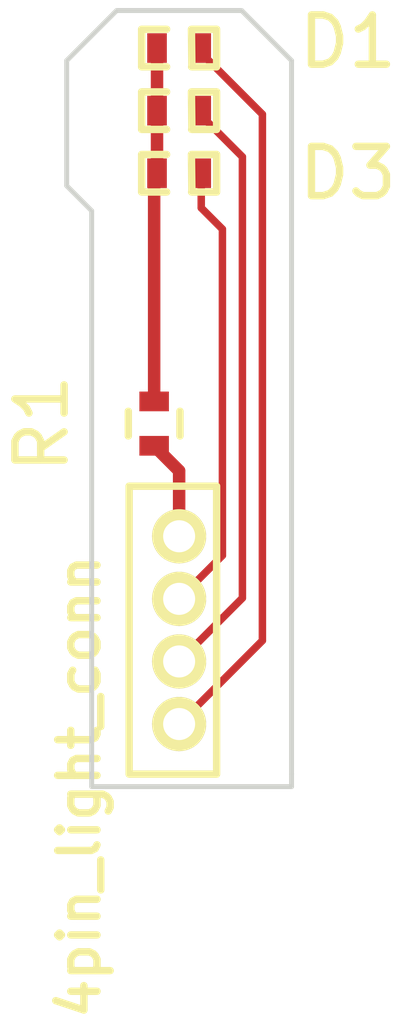
<source format=kicad_pcb>
(kicad_pcb (version 4) (host pcbnew "(2014-12-04 BZR 5312)-product")

  (general
    (links 7)
    (no_connects 0)
    (area 0 0 0 0)
    (thickness 1.6)
    (drawings 9)
    (tracks 19)
    (zones 0)
    (modules 5)
    (nets 6)
  )

  (page A4)
  (layers
    (0 F.Cu signal)
    (31 B.Cu signal)
    (32 B.Adhes user)
    (33 F.Adhes user)
    (34 B.Paste user)
    (35 F.Paste user)
    (36 B.SilkS user)
    (37 F.SilkS user)
    (38 B.Mask user)
    (39 F.Mask user)
    (40 Dwgs.User user)
    (41 Cmts.User user)
    (42 Eco1.User user)
    (43 Eco2.User user)
    (44 Edge.Cuts user)
    (45 Margin user)
    (46 B.CrtYd user)
    (47 F.CrtYd user)
    (48 B.Fab user)
    (49 F.Fab user)
  )

  (setup
    (last_trace_width 0.254)
    (user_trace_width 0.1524)
    (user_trace_width 0.254)
    (trace_clearance 0.254)
    (zone_clearance 0.508)
    (zone_45_only no)
    (trace_min 0.1524)
    (segment_width 0.2)
    (edge_width 0.1)
    (via_size 0.889)
    (via_drill 0.635)
    (via_min_size 0.508)
    (via_min_drill 0.3302)
    (user_via 0.508 0.3302)
    (uvia_size 0.508)
    (uvia_drill 0.127)
    (uvias_allowed no)
    (uvia_min_size 0.508)
    (uvia_min_drill 0.127)
    (pcb_text_width 0.3)
    (pcb_text_size 1.5 1.5)
    (mod_edge_width 0.15)
    (mod_text_size 1 1)
    (mod_text_width 0.15)
    (pad_size 1.1 1.1)
    (pad_drill 0.65)
    (pad_to_mask_clearance 0)
    (aux_axis_origin 0 0)
    (visible_elements FFFEF77F)
    (pcbplotparams
      (layerselection 0x00030_80000001)
      (usegerberextensions false)
      (excludeedgelayer true)
      (linewidth 0.100000)
      (plotframeref false)
      (viasonmask false)
      (mode 1)
      (useauxorigin false)
      (hpglpennumber 1)
      (hpglpenspeed 20)
      (hpglpendiameter 15)
      (hpglpenoverlay 2)
      (psnegative false)
      (psa4output false)
      (plotreference true)
      (plotvalue true)
      (plotinvisibletext false)
      (padsonsilk false)
      (subtractmaskfromsilk false)
      (outputformat 1)
      (mirror false)
      (drillshape 1)
      (scaleselection 1)
      (outputdirectory ""))
  )

  (net 0 "")
  (net 1 "Net-(D1-Pad1)")
  (net 2 PIN1)
  (net 3 PIN2)
  (net 4 PIN3)
  (net 5 VIN)

  (net_class Default "This is the default net class."
    (clearance 0.254)
    (trace_width 0.254)
    (via_dia 0.889)
    (via_drill 0.635)
    (uvia_dia 0.508)
    (uvia_drill 0.127)
    (add_net "Net-(D1-Pad1)")
    (add_net PIN1)
    (add_net PIN2)
    (add_net PIN3)
    (add_net VIN)
  )

  (module custom_footprints:SMD-0402_LED (layer F.Cu) (tedit 5515AA38) (tstamp 5515AF89)
    (at 163.322 75.184)
    (path /5515A6DB)
    (attr smd)
    (fp_text reference D1 (at 3.429 -0.127) (layer F.SilkS)
      (effects (font (size 1 1) (thickness 0.15)))
    )
    (fp_text value LED (at 0.15 1.65) (layer F.SilkS) hide
      (effects (font (size 1 1) (thickness 0.15)))
    )
    (fp_line (start 0.25 -0.38) (end 0.26 0.38) (layer F.SilkS) (width 0.15))
    (fp_line (start -0.254 -0.381) (end -0.762 -0.381) (layer F.SilkS) (width 0.15))
    (fp_line (start -0.762 -0.381) (end -0.762 0.381) (layer F.SilkS) (width 0.15))
    (fp_line (start -0.762 0.381) (end -0.254 0.381) (layer F.SilkS) (width 0.15))
    (fp_line (start 0.254 -0.381) (end 0.762 -0.381) (layer F.SilkS) (width 0.15))
    (fp_line (start 0.762 -0.381) (end 0.762 0.381) (layer F.SilkS) (width 0.15))
    (fp_line (start 0.762 0.381) (end 0.254 0.381) (layer F.SilkS) (width 0.15))
    (pad 1 smd rect (at -0.44958 0) (size 0.39878 0.59944) (layers F.Cu F.Paste F.Mask)
      (net 1 "Net-(D1-Pad1)"))
    (pad 2 smd rect (at 0.44958 0) (size 0.39878 0.59944) (layers F.Cu F.Paste F.Mask)
      (net 2 PIN1))
    (model SMD_Packages/SMD-0402.wrl
      (at (xyz 0 0 0.002))
      (scale (xyz 0.05 0.05 0.05))
      (rotate (xyz 0 0 0))
    )
  )

  (module custom_footprints:SMD-0402_LED (layer F.Cu) (tedit 5515AA19) (tstamp 5515AF96)
    (at 163.322 76.454)
    (path /5515A7BB)
    (attr smd)
    (fp_text reference D2 (at -0.01 -1.73) (layer F.SilkS) hide
      (effects (font (size 1 1) (thickness 0.15)))
    )
    (fp_text value LED (at 0.15 1.65) (layer F.SilkS) hide
      (effects (font (size 1 1) (thickness 0.15)))
    )
    (fp_line (start 0.25 -0.38) (end 0.26 0.38) (layer F.SilkS) (width 0.15))
    (fp_line (start -0.254 -0.381) (end -0.762 -0.381) (layer F.SilkS) (width 0.15))
    (fp_line (start -0.762 -0.381) (end -0.762 0.381) (layer F.SilkS) (width 0.15))
    (fp_line (start -0.762 0.381) (end -0.254 0.381) (layer F.SilkS) (width 0.15))
    (fp_line (start 0.254 -0.381) (end 0.762 -0.381) (layer F.SilkS) (width 0.15))
    (fp_line (start 0.762 -0.381) (end 0.762 0.381) (layer F.SilkS) (width 0.15))
    (fp_line (start 0.762 0.381) (end 0.254 0.381) (layer F.SilkS) (width 0.15))
    (pad 1 smd rect (at -0.44958 0) (size 0.39878 0.59944) (layers F.Cu F.Paste F.Mask)
      (net 1 "Net-(D1-Pad1)"))
    (pad 2 smd rect (at 0.44958 0) (size 0.39878 0.59944) (layers F.Cu F.Paste F.Mask)
      (net 3 PIN2))
    (model SMD_Packages/SMD-0402.wrl
      (at (xyz 0 0 0.002))
      (scale (xyz 0.05 0.05 0.05))
      (rotate (xyz 0 0 0))
    )
  )

  (module custom_footprints:SMD-0402_LED (layer F.Cu) (tedit 5515AA34) (tstamp 5515AFA3)
    (at 163.322 77.724)
    (path /5515A7E8)
    (attr smd)
    (fp_text reference D3 (at 3.429 0) (layer F.SilkS)
      (effects (font (size 1 1) (thickness 0.15)))
    )
    (fp_text value LED (at 0.15 1.65) (layer F.SilkS) hide
      (effects (font (size 1 1) (thickness 0.15)))
    )
    (fp_line (start 0.25 -0.38) (end 0.26 0.38) (layer F.SilkS) (width 0.15))
    (fp_line (start -0.254 -0.381) (end -0.762 -0.381) (layer F.SilkS) (width 0.15))
    (fp_line (start -0.762 -0.381) (end -0.762 0.381) (layer F.SilkS) (width 0.15))
    (fp_line (start -0.762 0.381) (end -0.254 0.381) (layer F.SilkS) (width 0.15))
    (fp_line (start 0.254 -0.381) (end 0.762 -0.381) (layer F.SilkS) (width 0.15))
    (fp_line (start 0.762 -0.381) (end 0.762 0.381) (layer F.SilkS) (width 0.15))
    (fp_line (start 0.762 0.381) (end 0.254 0.381) (layer F.SilkS) (width 0.15))
    (pad 1 smd rect (at -0.44958 0) (size 0.39878 0.59944) (layers F.Cu F.Paste F.Mask)
      (net 1 "Net-(D1-Pad1)"))
    (pad 2 smd rect (at 0.44958 0) (size 0.39878 0.59944) (layers F.Cu F.Paste F.Mask)
      (net 4 PIN3))
    (model SMD_Packages/SMD-0402.wrl
      (at (xyz 0 0 0.002))
      (scale (xyz 0.05 0.05 0.05))
      (rotate (xyz 0 0 0))
    )
  )

  (module Resistors_SMD:R_0402 (layer F.Cu) (tedit 5515AA78) (tstamp 5515AFA9)
    (at 162.814 82.804 270)
    (descr "Resistor SMD 0402, reflow soldering, Vishay (see dcrcw.pdf)")
    (tags "resistor 0402")
    (path /5515A826)
    (attr smd)
    (fp_text reference R1 (at 0 2.286 270) (layer F.SilkS)
      (effects (font (size 1 1) (thickness 0.15)))
    )
    (fp_text value R (at 0 1.8 270) (layer F.Fab)
      (effects (font (size 1 1) (thickness 0.15)))
    )
    (fp_line (start -0.95 -0.65) (end 0.95 -0.65) (layer F.CrtYd) (width 0.05))
    (fp_line (start -0.95 0.65) (end 0.95 0.65) (layer F.CrtYd) (width 0.05))
    (fp_line (start -0.95 -0.65) (end -0.95 0.65) (layer F.CrtYd) (width 0.05))
    (fp_line (start 0.95 -0.65) (end 0.95 0.65) (layer F.CrtYd) (width 0.05))
    (fp_line (start 0.25 -0.525) (end -0.25 -0.525) (layer F.SilkS) (width 0.15))
    (fp_line (start -0.25 0.525) (end 0.25 0.525) (layer F.SilkS) (width 0.15))
    (pad 1 smd rect (at -0.45 0 270) (size 0.4 0.6) (layers F.Cu F.Paste F.Mask)
      (net 1 "Net-(D1-Pad1)"))
    (pad 2 smd rect (at 0.45 0 270) (size 0.4 0.6) (layers F.Cu F.Paste F.Mask)
      (net 5 VIN))
    (model Resistors_SMD.3dshapes/R_0402.wrl
      (at (xyz 0 0 0))
      (scale (xyz 1 1 1))
      (rotate (xyz 0 0 0))
    )
  )

  (module custom_footprints:4_pin_light_conn (layer F.Cu) (tedit 5515A907) (tstamp 5515AFB5)
    (at 167.132 88.9 90)
    (path /5515A9E2)
    (fp_text reference U1 (at 0 0 90) (layer F.SilkS) hide
      (effects (font (size 1.5 1.5) (thickness 0.15)))
    )
    (fp_text value 4pin_light_conn (at -1.27 -5.842 90) (layer F.SilkS)
      (effects (font (size 0.8 0.8) (thickness 0.15)))
    )
    (fp_line (start -1.016 -4.826) (end -1.016 -3.048) (layer F.SilkS) (width 0.15))
    (fp_line (start -1.016 -3.048) (end 4.826 -3.048) (layer F.SilkS) (width 0.15))
    (fp_line (start 4.826 -3.048) (end 4.826 -4.826) (layer F.SilkS) (width 0.15))
    (fp_line (start 4.826 -4.826) (end -1.016 -4.826) (layer F.SilkS) (width 0.15))
    (pad 1 thru_hole circle (at 0 -3.81 90) (size 1.1 1.1) (drill 0.65) (layers *.Cu *.Mask F.SilkS)
      (net 2 PIN1))
    (pad 2 thru_hole circle (at 1.27 -3.81 90) (size 1.1 1.1) (drill 0.65) (layers *.Cu *.Mask F.SilkS)
      (net 3 PIN2))
    (pad 3 thru_hole circle (at 2.54 -3.81 90) (size 1.1 1.1) (drill 0.65) (layers *.Cu *.Mask F.SilkS)
      (net 4 PIN3))
    (pad 4 thru_hole circle (at 3.81 -3.81 90) (size 1.1 1.1) (drill 0.65) (layers *.Cu *.Mask F.SilkS)
      (net 5 VIN))
  )

  (gr_line (start 165.608 90.17) (end 165.608 89.916) (angle 90) (layer Edge.Cuts) (width 0.1))
  (gr_line (start 161.544 90.17) (end 165.608 90.17) (angle 90) (layer Edge.Cuts) (width 0.1))
  (gr_line (start 161.544 78.486) (end 161.544 90.17) (angle 90) (layer Edge.Cuts) (width 0.1))
  (gr_line (start 161.036 77.978) (end 161.544 78.486) (angle 90) (layer Edge.Cuts) (width 0.1))
  (gr_line (start 161.036 75.438) (end 161.036 77.978) (angle 90) (layer Edge.Cuts) (width 0.1))
  (gr_line (start 162.052 74.422) (end 161.036 75.438) (angle 90) (layer Edge.Cuts) (width 0.1))
  (gr_line (start 164.592 74.422) (end 162.052 74.422) (angle 90) (layer Edge.Cuts) (width 0.1))
  (gr_line (start 165.608 75.438) (end 164.592 74.422) (angle 90) (layer Edge.Cuts) (width 0.1))
  (gr_line (start 165.608 89.916) (end 165.608 75.438) (angle 90) (layer Edge.Cuts) (width 0.1))

  (segment (start 162.87242 75.184) (end 162.87242 76.454) (width 0.254) (layer F.Cu) (net 1))
  (segment (start 162.87242 77.724) (end 162.87242 76.454) (width 0.254) (layer F.Cu) (net 1))
  (segment (start 162.814 82.354) (end 162.814 77.78242) (width 0.254) (layer F.Cu) (net 1))
  (segment (start 162.814 77.78242) (end 162.87242 77.724) (width 0.254) (layer F.Cu) (net 1))
  (segment (start 163.322 88.9) (end 165.015021 87.206979) (width 0.1524) (layer F.Cu) (net 2))
  (segment (start 165.015021 87.206979) (end 165.015021 76.527771) (width 0.1524) (layer F.Cu) (net 2))
  (segment (start 165.015021 76.527771) (end 163.77158 75.28433) (width 0.1524) (layer F.Cu) (net 2))
  (segment (start 163.77158 75.28433) (end 163.77158 75.184) (width 0.1524) (layer F.Cu) (net 2))
  (segment (start 163.77158 76.454) (end 163.77158 76.55433) (width 0.1524) (layer F.Cu) (net 3))
  (segment (start 163.77158 76.55433) (end 164.608611 77.391361) (width 0.1524) (layer F.Cu) (net 3))
  (segment (start 164.608611 77.391361) (end 164.608611 86.343389) (width 0.1524) (layer F.Cu) (net 3))
  (segment (start 164.608611 86.343389) (end 163.871999 87.080001) (width 0.1524) (layer F.Cu) (net 3))
  (segment (start 163.871999 87.080001) (end 163.322 87.63) (width 0.1524) (layer F.Cu) (net 3))
  (segment (start 163.322 86.36) (end 164.202201 85.479799) (width 0.1524) (layer F.Cu) (net 4))
  (segment (start 164.202201 85.479799) (end 164.202201 78.858201) (width 0.1524) (layer F.Cu) (net 4))
  (segment (start 164.202201 78.858201) (end 163.77158 78.42758) (width 0.1524) (layer F.Cu) (net 4))
  (segment (start 163.77158 78.42758) (end 163.77158 77.724) (width 0.1524) (layer F.Cu) (net 4))
  (segment (start 163.322 85.09) (end 163.322 83.762) (width 0.254) (layer F.Cu) (net 5))
  (segment (start 163.322 83.762) (end 162.814 83.254) (width 0.254) (layer F.Cu) (net 5))

)

</source>
